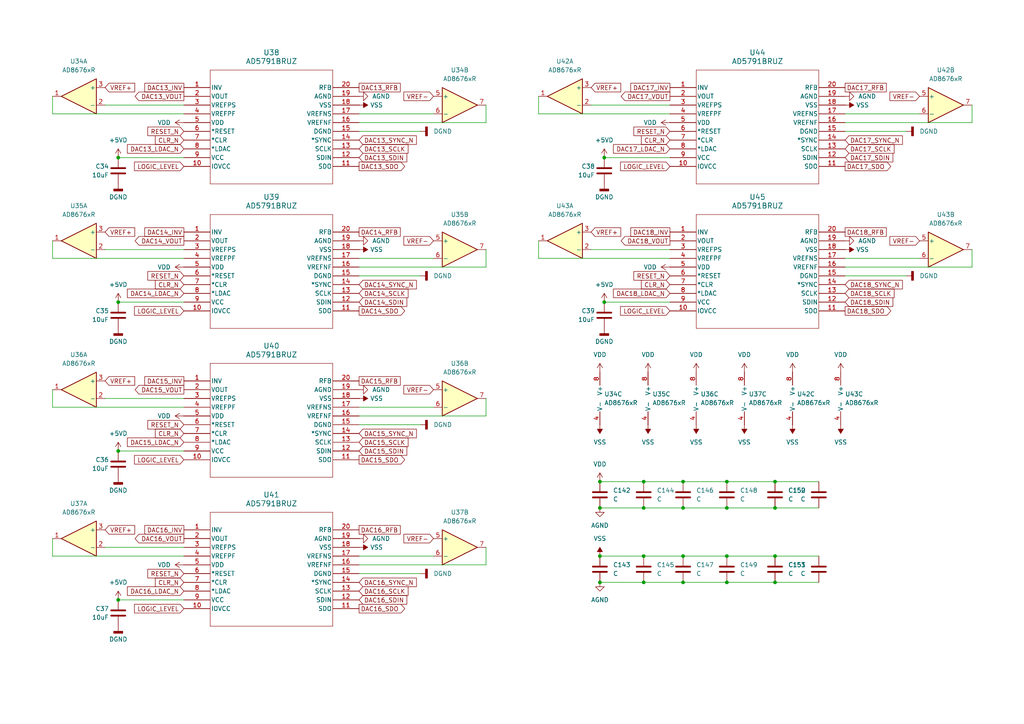
<source format=kicad_sch>
(kicad_sch (version 20250114) (generator "eeschema") (generator_version "9.0")
  (paper "A4")
  (lib_symbols
    (symbol "AD5791BRUZ_1" (pin_names (offset 0.254))
      (property "Reference" "U10" (at 25.4 10.16 0))
      (property "Value" "AD5791BRUZ" (at 25.4 7.62 0))
      (symbol "AD5791BRUZ_1_0_1"
        (polyline (pts (xy 7.62 5.08) (xy 7.62 -27.94)) (stroke (width 0.127)))
        (polyline (pts (xy 7.62 -27.94) (xy 43.18 -27.94)) (stroke (width 0.127)))
        (polyline (pts (xy 43.18 5.08) (xy 7.62 5.08)) (stroke (width 0.127)))
        (polyline (pts (xy 43.18 -27.94) (xy 43.18 5.08)) (stroke (width 0.127)))
        (pin passive line (at 0 0 0) (length 7.62) (name "INV") (number "1"))
        (pin output line (at 0 -2.54 0) (length 7.62) (name "VOUT") (number "2"))
        (pin passive line (at 0 -5.08 0) (length 7.62) (name "VREFPS") (number "3"))
        (pin passive line (at 0 -7.62 0) (length 7.62) (name "VREFPF") (number "4"))
        (pin power_in line (at 0 -10.16 0) (length 7.62) (name "VDD") (number "5"))
        (pin input line (at 0 -12.7 0) (length 7.62) (name "*RESET") (number "6"))
        (pin input line (at 0 -15.24 0) (length 7.62) (name "*CLR") (number "7"))
        (pin input line (at 0 -17.78 0) (length 7.62) (name "*LDAC") (number "8"))
        (pin power_in line (at 0 -20.32 0) (length 7.62) (name "VCC") (number "9"))
        (pin passive line (at 0 -22.86 0) (length 7.62) (name "IOVCC") (number "10"))
        (pin passive line (at 50.8 0 180) (length 7.62) (name "RFB") (number "20"))
        (pin passive line (at 50.8 -2.54 180) (length 7.62) (name "AGND") (number "19"))
        (pin passive line (at 50.8 -5.08 180) (length 7.62) (name "VSS") (number "18"))
        (pin passive line (at 50.8 -7.62 180) (length 7.62) (name "VREFNS") (number "17"))
        (pin passive line (at 50.8 -10.16 180) (length 7.62) (name "VREFNF") (number "16"))
        (pin passive line (at 50.8 -12.7 180) (length 7.62) (name "DGND") (number "15"))
        (pin input line (at 50.8 -15.24 180) (length 7.62) (name "*SYNC") (number "14"))
        (pin input line (at 50.8 -17.78 180) (length 7.62) (name "SCLK") (number "13"))
        (pin input line (at 50.8 -20.32 180) (length 7.62) (name "SDIN") (number "12"))
        (pin output line (at 50.8 -22.86 180) (length 7.62) (name "SDO") (number "11"))
      )
    )
    (symbol "Amplifier_Operational:AD8676xR" (pin_names (offset 0.127))
      (property "Reference" "U" (at 2.54 6.35 0))
      (property "Value" "AD8676xR" (at 2.54 3.81 0))
      (symbol "AD8676xR_1_1"
        (polyline (pts (xy 5.08 0) (xy -5.08 5.08) (xy -5.08 -5.08) (xy 5.08 0)) (stroke (width 0.254)) (fill (type background)))
        (pin input line (at -7.62 2.54 0) (length 2.54) (name "+") (number "3"))
        (pin input line (at -7.62 -2.54 0) (length 2.54) (name "-") (number "2"))
        (pin output line (at 7.62 0 180) (length 2.54) (name "~") (number "1"))
      )
      (symbol "AD8676xR_2_1"
        (polyline (pts (xy 5.08 0) (xy -5.08 5.08) (xy -5.08 -5.08) (xy 5.08 0)) (stroke (width 0.254)) (fill (type background)))
        (pin input line (at -7.62 2.54 0) (length 2.54) (name "+") (number "5"))
        (pin input line (at -7.62 -2.54 0) (length 2.54) (name "-") (number "6"))
        (pin output line (at 7.62 0 180) (length 2.54) (name "~") (number "7"))
      )
      (symbol "AD8676xR_3_1"
        (pin power_in line (at 0 7.62 270) (length 3.81) (name "V+") (number "8"))
        (pin power_in line (at 0 -7.62 90) (length 3.81) (name "V-") (number "4"))
      )
    )
    (symbol "Device:C" (pin_numbers (hide yes)) (pin_names (offset 0.254))
      (property "Reference" "C" (at 0.635 2.54 0))
      (property "Value" "C" (at 0.635 -2.54 0))
      (symbol "C_0_1"
        (polyline (pts (xy -2.032 0.762) (xy 2.032 0.762)) (stroke (width 0.508)))
        (polyline (pts (xy -2.032 -0.762) (xy 2.032 -0.762)) (stroke (width 0.508)))
      )
      (symbol "C_1_1"
        (pin passive line (at 0 3.81 270) (length 2.794) (name "~") (number "1"))
        (pin passive line (at 0 -3.81 90) (length 2.794) (name "~") (number "2"))
      )
    )
    (symbol "power:+5V" (power) (pin_numbers (hide yes)) (pin_names (offset 0) (hide yes))
      (property "Value" "+5V" (at 0 3.556 0))
      (symbol "+5V_0_1"
        (polyline (pts (xy -0.762 1.27) (xy 0 2.54)))
        (polyline (pts (xy 0 2.54) (xy 0.762 1.27)))
        (polyline (pts (xy 0 0) (xy 0 2.54)))
      )
      (symbol "+5V_1_1"
        (pin power_in line (at 0 0 90) (length 0) (name "~") (number "1"))
      )
    )
    (symbol "power:GND" (power) (pin_numbers (hide yes)) (pin_names (offset 0) (hide yes))
      (property "Value" "GND" (at 0 -3.81 0))
      (symbol "GND_0_1"
        (polyline (pts (xy 0 0) (xy 0 -1.27) (xy 1.27 -1.27) (xy 0 -2.54) (xy -1.27 -1.27) (xy 0 -1.27)))
      )
      (symbol "GND_1_1"
        (pin power_in line (at 0 0 270) (length 0) (name "~") (number "1"))
      )
    )
    (symbol "power:GNDD" (power) (pin_numbers (hide yes)) (pin_names (offset 0) (hide yes))
      (property "Value" "GNDD" (at 0 -3.175 0))
      (symbol "GNDD_0_1"
        (rectangle (start -1.27 -1.524) (end 1.27 -2.032) (stroke (width 0.254)) (fill (type outline)))
        (polyline (pts (xy 0 0) (xy 0 -1.524)))
      )
      (symbol "GNDD_1_1"
        (pin power_in line (at 0 0 270) (length 0) (name "~") (number "1"))
      )
    )
    (symbol "power:VDD" (power) (pin_numbers (hide yes)) (pin_names (offset 0) (hide yes))
      (property "Value" "VDD" (at 0 3.556 0))
      (symbol "VDD_0_1"
        (polyline (pts (xy -0.762 1.27) (xy 0 2.54)))
        (polyline (pts (xy 0 2.54) (xy 0.762 1.27)))
        (polyline (pts (xy 0 0) (xy 0 2.54)))
      )
      (symbol "VDD_1_1"
        (pin power_in line (at 0 0 90) (length 0) (name "~") (number "1"))
      )
    )
    (symbol "power:VSS" (power) (pin_numbers (hide yes)) (pin_names (offset 0) (hide yes))
      (property "Value" "VSS" (at 0 3.556 0))
      (symbol "VSS_0_1"
        (polyline (pts (xy 0 0) (xy 0 2.54)))
        (polyline (pts (xy 0.762 1.27) (xy -0.762 1.27) (xy 0 2.54) (xy 0.762 1.27)) (fill (type outline)))
      )
      (symbol "VSS_1_1"
        (pin power_in line (at 0 0 90) (length 0) (name "~") (number "1"))
      )
    )
  )
  (junction (at 210.82 147.32))
  (junction (at 198.12 161.29))
  (junction (at 224.79 168.91))
  (junction (at 173.99 147.32))
  (junction (at 224.79 147.32))
  (junction (at 34.29 45.72))
  (junction (at 224.79 139.7))
  (junction (at 34.29 87.63))
  (junction (at 186.69 161.29))
  (junction (at 186.69 147.32))
  (junction (at 173.99 161.29))
  (junction (at 198.12 168.91))
  (junction (at 186.69 139.7))
  (junction (at 175.26 87.63))
  (junction (at 34.29 173.99))
  (junction (at 210.82 168.91))
  (junction (at 198.12 139.7))
  (junction (at 34.29 130.81))
  (junction (at 173.99 139.7))
  (junction (at 210.82 161.29))
  (junction (at 210.82 139.7))
  (junction (at 175.26 45.72))
  (junction (at 173.99 168.91))
  (junction (at 198.12 147.32))
  (junction (at 186.69 168.91))
  (junction (at 224.79 161.29))
  (wire (pts (xy 15.24 161.29) (xy 53.34 161.29)))
  (wire (pts (xy 104.14 161.29) (xy 125.73 161.29)))
  (wire (pts (xy 30.48 72.39) (xy 53.34 72.39)))
  (wire (pts (xy 262.89 38.1) (xy 245.11 38.1)))
  (wire (pts (xy 245.11 33.02) (xy 266.7 33.02)))
  (wire (pts (xy 104.14 35.56) (xy 140.97 35.56)))
  (wire (pts (xy 30.48 158.75) (xy 53.34 158.75)))
  (wire (pts (xy 34.29 45.72) (xy 53.34 45.72)))
  (wire (pts (xy 140.97 163.83) (xy 140.97 158.75)))
  (wire (pts (xy 224.79 168.91) (xy 237.49 168.91)))
  (wire (pts (xy 34.29 130.81) (xy 53.34 130.81)))
  (wire (pts (xy 140.97 120.65) (xy 140.97 115.57)))
  (wire (pts (xy 104.14 77.47) (xy 140.97 77.47)))
  (wire (pts (xy 121.92 80.01) (xy 104.14 80.01)))
  (wire (pts (xy 210.82 161.29) (xy 224.79 161.29)))
  (wire (pts (xy 198.12 139.7) (xy 210.82 139.7)))
  (wire (pts (xy 15.24 118.11) (xy 53.34 118.11)))
  (wire (pts (xy 121.92 166.37) (xy 104.14 166.37)))
  (wire (pts (xy 15.24 27.94) (xy 15.24 33.02)))
  (wire (pts (xy 186.69 161.29) (xy 198.12 161.29)))
  (wire (pts (xy 245.11 35.56) (xy 281.94 35.56)))
  (wire (pts (xy 156.21 69.85) (xy 156.21 74.93)))
  (wire (pts (xy 173.99 147.32) (xy 186.69 147.32)))
  (wire (pts (xy 30.48 115.57) (xy 53.34 115.57)))
  (wire (pts (xy 140.97 35.56) (xy 140.97 30.48)))
  (wire (pts (xy 171.45 30.48) (xy 194.31 30.48)))
  (wire (pts (xy 104.14 118.11) (xy 125.73 118.11)))
  (wire (pts (xy 104.14 120.65) (xy 140.97 120.65)))
  (wire (pts (xy 15.24 156.21) (xy 15.24 161.29)))
  (wire (pts (xy 30.48 30.48) (xy 53.34 30.48)))
  (wire (pts (xy 175.26 45.72) (xy 194.31 45.72)))
  (wire (pts (xy 173.99 139.7) (xy 186.69 139.7)))
  (wire (pts (xy 198.12 147.32) (xy 210.82 147.32)))
  (wire (pts (xy 34.29 87.63) (xy 53.34 87.63)))
  (wire (pts (xy 173.99 168.91) (xy 186.69 168.91)))
  (wire (pts (xy 281.94 77.47) (xy 281.94 72.39)))
  (wire (pts (xy 15.24 69.85) (xy 15.24 74.93)))
  (wire (pts (xy 156.21 27.94) (xy 156.21 33.02)))
  (wire (pts (xy 121.92 123.19) (xy 104.14 123.19)))
  (wire (pts (xy 171.45 72.39) (xy 194.31 72.39)))
  (wire (pts (xy 224.79 161.29) (xy 237.49 161.29)))
  (wire (pts (xy 140.97 77.47) (xy 140.97 72.39)))
  (wire (pts (xy 156.21 33.02) (xy 194.31 33.02)))
  (wire (pts (xy 224.79 139.7) (xy 237.49 139.7)))
  (wire (pts (xy 104.14 33.02) (xy 125.73 33.02)))
  (wire (pts (xy 245.11 77.47) (xy 281.94 77.47)))
  (wire (pts (xy 210.82 168.91) (xy 224.79 168.91)))
  (wire (pts (xy 175.26 87.63) (xy 194.31 87.63)))
  (wire (pts (xy 15.24 33.02) (xy 53.34 33.02)))
  (wire (pts (xy 186.69 168.91) (xy 198.12 168.91)))
  (wire (pts (xy 198.12 168.91) (xy 210.82 168.91)))
  (wire (pts (xy 156.21 74.93) (xy 194.31 74.93)))
  (wire (pts (xy 245.11 74.93) (xy 266.7 74.93)))
  (wire (pts (xy 34.29 173.99) (xy 53.34 173.99)))
  (wire (pts (xy 186.69 147.32) (xy 198.12 147.32)))
  (wire (pts (xy 104.14 163.83) (xy 140.97 163.83)))
  (wire (pts (xy 15.24 74.93) (xy 53.34 74.93)))
  (wire (pts (xy 224.79 147.32) (xy 237.49 147.32)))
  (wire (pts (xy 186.69 139.7) (xy 198.12 139.7)))
  (wire (pts (xy 121.92 38.1) (xy 104.14 38.1)))
  (wire (pts (xy 198.12 161.29) (xy 210.82 161.29)))
  (wire (pts (xy 15.24 113.03) (xy 15.24 118.11)))
  (wire (pts (xy 281.94 35.56) (xy 281.94 30.48)))
  (wire (pts (xy 104.14 74.93) (xy 125.73 74.93)))
  (wire (pts (xy 262.89 80.01) (xy 245.11 80.01)))
  (wire (pts (xy 173.99 161.29) (xy 186.69 161.29)))
  (wire (pts (xy 210.82 147.32) (xy 224.79 147.32)))
  (wire (pts (xy 210.82 139.7) (xy 224.79 139.7)))
  (global_label "DAC18_INV" (shape passive) (at 194.31 67.31 180) (property "Intersheetrefs" "${INTERSHEET_REFS}" (effects (hide yes))))
  (global_label "RESET_N" (shape input) (at 53.34 80.01 180) (property "Intersheetrefs" "${INTERSHEET_REFS}" (effects (hide yes))))
  (global_label "DAC16_LDAC_N" (shape input) (at 53.34 171.45 180) (property "Intersheetrefs" "${INTERSHEET_REFS}" (effects (hide yes))))
  (global_label "VREF-" (shape input) (at 125.73 69.85 180) (property "Intersheetrefs" "${INTERSHEET_REFS}" (effects (hide yes))))
  (global_label "CLR_N" (shape input) (at 53.34 168.91 180) (property "Intersheetrefs" "${INTERSHEET_REFS}" (effects (hide yes))))
  (global_label "DAC14_INV" (shape passive) (at 53.34 67.31 180) (property "Intersheetrefs" "${INTERSHEET_REFS}" (effects (hide yes))))
  (global_label "DAC13_LDAC_N" (shape input) (at 53.34 43.18 180) (property "Intersheetrefs" "${INTERSHEET_REFS}" (effects (hide yes))))
  (global_label "DAC13_SDO" (shape output) (at 104.14 48.26 0) (property "Intersheetrefs" "${INTERSHEET_REFS}" (effects (hide yes))))
  (global_label "RESET_N" (shape input) (at 194.31 80.01 180) (property "Intersheetrefs" "${INTERSHEET_REFS}" (effects (hide yes))))
  (global_label "DAC15_VOUT" (shape output) (at 53.34 113.03 180) (property "Intersheetrefs" "${INTERSHEET_REFS}" (effects (hide yes))))
  (global_label "VREF-" (shape input) (at 125.73 27.94 180) (property "Intersheetrefs" "${INTERSHEET_REFS}" (effects (hide yes))))
  (global_label "DAC18_RFB" (shape passive) (at 245.11 67.31 0) (property "Intersheetrefs" "${INTERSHEET_REFS}" (effects (hide yes))))
  (global_label "LOGIC_LEVEL" (shape input) (at 53.34 90.17 180) (property "Intersheetrefs" "${INTERSHEET_REFS}" (effects (hide yes))))
  (global_label "DAC18_VOUT" (shape output) (at 194.31 69.85 180) (property "Intersheetrefs" "${INTERSHEET_REFS}" (effects (hide yes))))
  (global_label "VREF-" (shape input) (at 125.73 156.21 180) (property "Intersheetrefs" "${INTERSHEET_REFS}" (effects (hide yes))))
  (global_label "DAC17_INV" (shape passive) (at 194.31 25.4 180) (property "Intersheetrefs" "${INTERSHEET_REFS}" (effects (hide yes))))
  (global_label "LOGIC_LEVEL" (shape input) (at 53.34 133.35 180) (property "Intersheetrefs" "${INTERSHEET_REFS}" (effects (hide yes))))
  (global_label "DAC13_SDIN" (shape input) (at 104.14 45.72 0) (property "Intersheetrefs" "${INTERSHEET_REFS}" (effects (hide yes))))
  (global_label "VREF+" (shape input) (at 30.48 110.49 0) (property "Intersheetrefs" "${INTERSHEET_REFS}" (effects (hide yes))))
  (global_label "DAC15_SDO" (shape output) (at 104.14 133.35 0) (property "Intersheetrefs" "${INTERSHEET_REFS}" (effects (hide yes))))
  (global_label "DAC13_VOUT" (shape output) (at 53.34 27.94 180) (property "Intersheetrefs" "${INTERSHEET_REFS}" (effects (hide yes))))
  (global_label "DAC18_SCLK" (shape input) (at 245.11 85.09 0) (property "Intersheetrefs" "${INTERSHEET_REFS}" (effects (hide yes))))
  (global_label "DAC16_RFB" (shape passive) (at 104.14 153.67 0) (property "Intersheetrefs" "${INTERSHEET_REFS}" (effects (hide yes))))
  (global_label "DAC13_SYNC_N" (shape input) (at 104.14 40.64 0) (property "Intersheetrefs" "${INTERSHEET_REFS}" (effects (hide yes))))
  (global_label "DAC17_SYNC_N" (shape input) (at 245.11 40.64 0) (property "Intersheetrefs" "${INTERSHEET_REFS}" (effects (hide yes))))
  (global_label "VREF-" (shape input) (at 125.73 113.03 180) (property "Intersheetrefs" "${INTERSHEET_REFS}" (effects (hide yes))))
  (global_label "DAC17_RFB" (shape passive) (at 245.11 25.4 0) (property "Intersheetrefs" "${INTERSHEET_REFS}" (effects (hide yes))))
  (global_label "CLR_N" (shape input) (at 194.31 82.55 180) (property "Intersheetrefs" "${INTERSHEET_REFS}" (effects (hide yes))))
  (global_label "CLR_N" (shape input) (at 53.34 40.64 180) (property "Intersheetrefs" "${INTERSHEET_REFS}" (effects (hide yes))))
  (global_label "DAC13_SCLK" (shape input) (at 104.14 43.18 0) (property "Intersheetrefs" "${INTERSHEET_REFS}" (effects (hide yes))))
  (global_label "RESET_N" (shape input) (at 194.31 38.1 180) (property "Intersheetrefs" "${INTERSHEET_REFS}" (effects (hide yes))))
  (global_label "RESET_N" (shape input) (at 53.34 123.19 180) (property "Intersheetrefs" "${INTERSHEET_REFS}" (effects (hide yes))))
  (global_label "DAC15_RFB" (shape passive) (at 104.14 110.49 0) (property "Intersheetrefs" "${INTERSHEET_REFS}" (effects (hide yes))))
  (global_label "DAC13_INV" (shape passive) (at 53.34 25.4 180) (property "Intersheetrefs" "${INTERSHEET_REFS}" (effects (hide yes))))
  (global_label "DAC16_INV" (shape passive) (at 53.34 153.67 180) (property "Intersheetrefs" "${INTERSHEET_REFS}" (effects (hide yes))))
  (global_label "DAC16_SDIN" (shape input) (at 104.14 173.99 0) (property "Intersheetrefs" "${INTERSHEET_REFS}" (effects (hide yes))))
  (global_label "DAC18_SDIN" (shape input) (at 245.11 87.63 0) (property "Intersheetrefs" "${INTERSHEET_REFS}" (effects (hide yes))))
  (global_label "VREF+" (shape input) (at 171.45 67.31 0) (property "Intersheetrefs" "${INTERSHEET_REFS}" (effects (hide yes))))
  (global_label "LOGIC_LEVEL" (shape input) (at 53.34 48.26 180) (property "Intersheetrefs" "${INTERSHEET_REFS}" (effects (hide yes))))
  (global_label "VREF-" (shape input) (at 266.7 27.94 180) (property "Intersheetrefs" "${INTERSHEET_REFS}" (effects (hide yes))))
  (global_label "DAC16_VOUT" (shape output) (at 53.34 156.21 180) (property "Intersheetrefs" "${INTERSHEET_REFS}" (effects (hide yes))))
  (global_label "LOGIC_LEVEL" (shape input) (at 53.34 176.53 180) (property "Intersheetrefs" "${INTERSHEET_REFS}" (effects (hide yes))))
  (global_label "DAC15_INV" (shape passive) (at 53.34 110.49 180) (property "Intersheetrefs" "${INTERSHEET_REFS}" (effects (hide yes))))
  (global_label "RESET_N" (shape input) (at 53.34 166.37 180) (property "Intersheetrefs" "${INTERSHEET_REFS}" (effects (hide yes))))
  (global_label "VREF+" (shape input) (at 171.45 25.4 0) (property "Intersheetrefs" "${INTERSHEET_REFS}" (effects (hide yes))))
  (global_label "LOGIC_LEVEL" (shape input) (at 194.31 90.17 180) (property "Intersheetrefs" "${INTERSHEET_REFS}" (effects (hide yes))))
  (global_label "DAC14_SYNC_N" (shape input) (at 104.14 82.55 0) (property "Intersheetrefs" "${INTERSHEET_REFS}" (effects (hide yes))))
  (global_label "DAC17_VOUT" (shape output) (at 194.31 27.94 180) (property "Intersheetrefs" "${INTERSHEET_REFS}" (effects (hide yes))))
  (global_label "DAC15_SYNC_N" (shape input) (at 104.14 125.73 0) (property "Intersheetrefs" "${INTERSHEET_REFS}" (effects (hide yes))))
  (global_label "CLR_N" (shape input) (at 194.31 40.64 180) (property "Intersheetrefs" "${INTERSHEET_REFS}" (effects (hide yes))))
  (global_label "DAC15_SCLK" (shape input) (at 104.14 128.27 0) (property "Intersheetrefs" "${INTERSHEET_REFS}" (effects (hide yes))))
  (global_label "DAC17_LDAC_N" (shape input) (at 194.31 43.18 180) (property "Intersheetrefs" "${INTERSHEET_REFS}" (effects (hide yes))))
  (global_label "DAC15_SDIN" (shape input) (at 104.14 130.81 0) (property "Intersheetrefs" "${INTERSHEET_REFS}" (effects (hide yes))))
  (global_label "DAC16_SDO" (shape output) (at 104.14 176.53 0) (property "Intersheetrefs" "${INTERSHEET_REFS}" (effects (hide yes))))
  (global_label "DAC16_SCLK" (shape input) (at 104.14 171.45 0) (property "Intersheetrefs" "${INTERSHEET_REFS}" (effects (hide yes))))
  (global_label "DAC17_SCLK" (shape input) (at 245.11 43.18 0) (property "Intersheetrefs" "${INTERSHEET_REFS}" (effects (hide yes))))
  (global_label "DAC15_LDAC_N" (shape input) (at 53.34 128.27 180) (property "Intersheetrefs" "${INTERSHEET_REFS}" (effects (hide yes))))
  (global_label "DAC18_SYNC_N" (shape input) (at 245.11 82.55 0) (property "Intersheetrefs" "${INTERSHEET_REFS}" (effects (hide yes))))
  (global_label "DAC14_SDIN" (shape input) (at 104.14 87.63 0) (property "Intersheetrefs" "${INTERSHEET_REFS}" (effects (hide yes))))
  (global_label "DAC14_LDAC_N" (shape input) (at 53.34 85.09 180) (property "Intersheetrefs" "${INTERSHEET_REFS}" (effects (hide yes))))
  (global_label "VREF-" (shape input) (at 266.7 69.85 180) (property "Intersheetrefs" "${INTERSHEET_REFS}" (effects (hide yes))))
  (global_label "DAC17_SDIN" (shape input) (at 245.11 45.72 0) (property "Intersheetrefs" "${INTERSHEET_REFS}" (effects (hide yes))))
  (global_label "DAC17_SDO" (shape output) (at 245.11 48.26 0) (property "Intersheetrefs" "${INTERSHEET_REFS}" (effects (hide yes))))
  (global_label "VREF+" (shape input) (at 30.48 67.31 0) (property "Intersheetrefs" "${INTERSHEET_REFS}" (effects (hide yes))))
  (global_label "VREF+" (shape input) (at 30.48 25.4 0) (property "Intersheetrefs" "${INTERSHEET_REFS}" (effects (hide yes))))
  (global_label "DAC14_VOUT" (shape output) (at 53.34 69.85 180) (property "Intersheetrefs" "${INTERSHEET_REFS}" (effects (hide yes))))
  (global_label "DAC14_SCLK" (shape input) (at 104.14 85.09 0) (property "Intersheetrefs" "${INTERSHEET_REFS}" (effects (hide yes))))
  (global_label "DAC16_SYNC_N" (shape input) (at 104.14 168.91 0) (property "Intersheetrefs" "${INTERSHEET_REFS}" (effects (hide yes))))
  (global_label "DAC14_RFB" (shape passive) (at 104.14 67.31 0) (property "Intersheetrefs" "${INTERSHEET_REFS}" (effects (hide yes))))
  (global_label "DAC13_RFB" (shape passive) (at 104.14 25.4 0) (property "Intersheetrefs" "${INTERSHEET_REFS}" (effects (hide yes))))
  (global_label "DAC18_SDO" (shape output) (at 245.11 90.17 0) (property "Intersheetrefs" "${INTERSHEET_REFS}" (effects (hide yes))))
  (global_label "LOGIC_LEVEL" (shape input) (at 194.31 48.26 180) (property "Intersheetrefs" "${INTERSHEET_REFS}" (effects (hide yes))))
  (global_label "VREF+" (shape input) (at 30.48 153.67 0) (property "Intersheetrefs" "${INTERSHEET_REFS}" (effects (hide yes))))
  (global_label "CLR_N" (shape input) (at 53.34 125.73 180) (property "Intersheetrefs" "${INTERSHEET_REFS}" (effects (hide yes))))
  (global_label "DAC14_SDO" (shape output) (at 104.14 90.17 0) (property "Intersheetrefs" "${INTERSHEET_REFS}" (effects (hide yes))))
  (global_label "RESET_N" (shape input) (at 53.34 38.1 180) (property "Intersheetrefs" "${INTERSHEET_REFS}" (effects (hide yes))))
  (global_label "CLR_N" (shape input) (at 53.34 82.55 180) (property "Intersheetrefs" "${INTERSHEET_REFS}" (effects (hide yes))))
  (global_label "DAC18_LDAC_N" (shape input) (at 194.31 85.09 180) (property "Intersheetrefs" "${INTERSHEET_REFS}" (effects (hide yes))))
  (symbol (lib_id "power:VDD") (at 243.84 107.95 0) (unit 1)
    (property "Reference" "#PWR0173" (effects (hide yes)))
    (property "Value" "VDD" (at 243.84 102.87 0))
    (property "Description" "Power symbol creates a global label with name \"VDD\"" (effects (hide yes)))
  )
  (symbol (lib_id "Device:C") (at 224.79 165.1 0) (unit 1)
    (property "Reference" "C151" (at 228.6 163.8299 0) (effects (justify left)))
    (property "Value" "C" (at 228.6 166.3699 0) (effects (justify left)))
    (property "Footprint" "Capacitor_SMD:C_0402_1005Metric_Pad0.74x0.62mm_HandSolder" (effects (hide yes)))
    (property "Description" "Unpolarized capacitor" (effects (hide yes)))
  )
  (symbol (lib_id "power:VDD") (at 53.34 77.47 90) (unit 1)
    (property "Reference" "#PWR0138" (effects (hide yes)))
    (property "Value" "VDD" (at 49.53 77.4699 90) (effects (justify left)))
    (property "Description" "Power symbol creates a global label with name \"VDD\"" (effects (hide yes)))
  )
  (symbol (lib_id "power:GNDD") (at 175.26 53.34 0) (unit 1)
    (property "Reference" "#PWR0153" (effects (hide yes)))
    (property "Value" "DGND" (at 175.26 57.15 0))
    (property "Description" "Power symbol creates a global label with name \"GNDD\" , digital ground" (effects (hide yes)))
  )
  (symbol (lib_id "Amplifier_Operational:AD8676xR") (at 22.86 27.94 0) (mirror y) (unit 1)
    (property "Reference" "U34" (at 22.86 17.78 0))
    (property "Value" "AD8676xR" (at 22.86 20.32 0))
    (property "Footprint" "Package_SO:SOIC-8_3.9x4.9mm_P1.27mm" (effects (hide yes)))
    (property "Datasheet" "https://www.analog.com/media/en/technical-documentation/data-sheets/AD8676.pdf" (effects (hide yes)))
    (property "Description" "Dual operational amplifier, Ultra-precision, 36V, Rail-to-rail output, SOIC-8" (effects (hide yes)))
  )
  (symbol (lib_id "power:VDD") (at 53.34 120.65 90) (unit 1)
    (property "Reference" "#PWR0139" (effects (hide yes)))
    (property "Value" "VDD" (at 49.53 120.6499 90) (effects (justify left)))
    (property "Description" "Power symbol creates a global label with name \"VDD\"" (effects (hide yes)))
  )
  (symbol (lib_id "Device:C") (at 224.79 143.51 0) (unit 1)
    (property "Reference" "C150" (at 228.6 142.2399 0) (effects (justify left)))
    (property "Value" "C" (at 228.6 144.7799 0) (effects (justify left)))
    (property "Footprint" "Capacitor_SMD:C_0402_1005Metric_Pad0.74x0.62mm_HandSolder" (effects (hide yes)))
    (property "Description" "Unpolarized capacitor" (effects (hide yes)))
  )
  (symbol (lib_id "power:GND") (at 173.99 168.91 0) (unit 1)
    (property "Reference" "#PWR0521" (effects (hide yes)))
    (property "Value" "AGND" (at 173.99 173.99 0))
    (property "Description" "Power symbol creates a global label with name \"GND\" , ground" (effects (hide yes)))
  )
  (symbol (lib_id "power:VDD") (at 53.34 163.83 90) (unit 1)
    (property "Reference" "#PWR0140" (effects (hide yes)))
    (property "Value" "VDD" (at 49.53 163.8299 90) (effects (justify left)))
    (property "Description" "Power symbol creates a global label with name \"VDD\"" (effects (hide yes)))
  )
  (symbol (lib_id "Device:C") (at 175.26 91.44 0) (mirror y) (unit 1)
    (property "Reference" "C39" (at 168.656 90.17 0) (effects (justify right)))
    (property "Value" "10uF" (at 167.64 92.71 0) (effects (justify right)))
    (property "Footprint" "Capacitor_SMD:C_0603_1608Metric_Pad1.08x0.95mm_HandSolder" (effects (hide yes)))
    (property "Description" "Unpolarized capacitor" (effects (hide yes)))
  )
  (symbol (lib_id "Device:C") (at 210.82 165.1 0) (unit 1)
    (property "Reference" "C149" (at 214.63 163.8299 0) (effects (justify left)))
    (property "Value" "C" (at 214.63 166.3699 0) (effects (justify left)))
    (property "Footprint" "Capacitor_SMD:C_0402_1005Metric_Pad0.74x0.62mm_HandSolder" (effects (hide yes)))
    (property "Description" "Unpolarized capacitor" (effects (hide yes)))
  )
  (symbol (lib_id "Device:C") (at 237.49 143.51 0) (mirror y) (unit 1)
    (property "Reference" "C152" (at 233.68 142.2399 0) (effects (justify left)))
    (property "Value" "C" (at 233.68 144.7799 0) (effects (justify left)))
    (property "Footprint" "Capacitor_SMD:C_0402_1005Metric_Pad0.74x0.62mm_HandSolder" (effects (hide yes)))
    (property "Description" "Unpolarized capacitor" (effects (hide yes)))
  )
  (symbol (lib_id "Device:C") (at 173.99 143.51 0) (unit 1)
    (property "Reference" "C142" (at 177.8 142.2399 0) (effects (justify left)))
    (property "Value" "C" (at 177.8 144.7799 0) (effects (justify left)))
    (property "Footprint" "Capacitor_SMD:C_0402_1005Metric_Pad0.74x0.62mm_HandSolder" (effects (hide yes)))
    (property "Description" "Unpolarized capacitor" (effects (hide yes)))
  )
  (symbol (lib_id "Amplifier_Operational:AD8676xR") (at 243.84 115.57 0) (unit 3)
    (property "Reference" "U43" (at 245.11 114.2999 0) (effects (justify left)))
    (property "Value" "AD8676xR" (at 245.11 116.8399 0) (effects (justify left)))
    (property "Footprint" "Package_SO:SOIC-8_3.9x4.9mm_P1.27mm" (effects (hide yes)))
    (property "Datasheet" "https://www.analog.com/media/en/technical-documentation/data-sheets/AD8676.pdf" (effects (hide yes)))
    (property "Description" "Dual operational amplifier, Ultra-precision, 36V, Rail-to-rail output, SOIC-8" (effects (hide yes)))
  )
  (symbol (lib_id "power:VSS") (at 173.99 123.19 0) (mirror x) (unit 1)
    (property "Reference" "#PWR0156" (effects (hide yes)))
    (property "Value" "VSS" (at 173.99 128.27 0))
    (property "Description" "Power symbol creates a global label with name \"VSS\"" (effects (hide yes)))
  )
  (symbol (lib_id "power:GND") (at 245.11 27.94 90) (unit 1)
    (property "Reference" "#PWR0167" (effects (hide yes)))
    (property "Value" "AGND" (at 248.92 27.9399 90) (effects (justify right)))
    (property "Description" "Power symbol creates a global label with name \"GND\" , ground" (effects (hide yes)))
  )
  (symbol (lib_id "Amplifier_Operational:AD8676xR") (at 173.99 115.57 0) (unit 3)
    (property "Reference" "U34" (at 175.26 114.2999 0) (effects (justify left)))
    (property "Value" "AD8676xR" (at 175.26 116.8399 0) (effects (justify left)))
    (property "Footprint" "Package_SO:SOIC-8_3.9x4.9mm_P1.27mm" (effects (hide yes)))
    (property "Datasheet" "https://www.analog.com/media/en/technical-documentation/data-sheets/AD8676.pdf" (effects (hide yes)))
    (property "Description" "Dual operational amplifier, Ultra-precision, 36V, Rail-to-rail output, SOIC-8" (effects (hide yes)))
  )
  (symbol (lib_id "Amplifier_Operational:AD8676xR") (at 22.86 113.03 0) (mirror y) (unit 1)
    (property "Reference" "U36" (at 22.86 102.87 0))
    (property "Value" "AD8676xR" (at 22.86 105.41 0))
    (property "Footprint" "Package_SO:SOIC-8_3.9x4.9mm_P1.27mm" (effects (hide yes)))
    (property "Datasheet" "https://www.analog.com/media/en/technical-documentation/data-sheets/AD8676.pdf" (effects (hide yes)))
    (property "Description" "Dual operational amplifier, Ultra-precision, 36V, Rail-to-rail output, SOIC-8" (effects (hide yes)))
  )
  (symbol (lib_id "power:+5V") (at 34.29 87.63 0) (unit 1)
    (property "Reference" "#PWR0281" (effects (hide yes)))
    (property "Value" "+5VD" (at 34.29 82.55 0))
    (property "Description" "Power symbol creates a global label with name \"+5V\"" (effects (hide yes)))
  )
  (symbol (lib_id "power:VSS") (at 173.99 161.29 0) (mirror y) (unit 1)
    (property "Reference" "#PWR0520" (effects (hide yes)))
    (property "Value" "VSS" (at 173.99 156.21 0))
    (property "Description" "Power symbol creates a global label with name \"VSS\"" (effects (hide yes)))
  )
  (symbol (lib_id "Device:C") (at 237.49 165.1 0) (mirror y) (unit 1)
    (property "Reference" "C153" (at 233.68 163.8299 0) (effects (justify left)))
    (property "Value" "C" (at 233.68 166.3699 0) (effects (justify left)))
    (property "Footprint" "Capacitor_SMD:C_0402_1005Metric_Pad0.74x0.62mm_HandSolder" (effects (hide yes)))
    (property "Description" "Unpolarized capacitor" (effects (hide yes)))
  )
  (symbol (lib_id "Amplifier_Operational:AD8676xR") (at 163.83 69.85 0) (mirror y) (unit 1)
    (property "Reference" "U43" (at 163.83 59.69 0))
    (property "Value" "AD8676xR" (at 163.83 62.23 0))
    (property "Footprint" "Package_SO:SOIC-8_3.9x4.9mm_P1.27mm" (effects (hide yes)))
    (property "Datasheet" "https://www.analog.com/media/en/technical-documentation/data-sheets/AD8676.pdf" (effects (hide yes)))
    (property "Description" "Dual operational amplifier, Ultra-precision, 36V, Rail-to-rail output, SOIC-8" (effects (hide yes)))
  )
  (symbol (lib_id "power:+5V") (at 34.29 173.99 0) (unit 1)
    (property "Reference" "#PWR0283" (effects (hide yes)))
    (property "Value" "+5VD" (at 34.29 168.91 0))
    (property "Description" "Power symbol creates a global label with name \"+5V\"" (effects (hide yes)))
  )
  (symbol (lib_id "power:VDD") (at 201.93 107.95 0) (unit 1)
    (property "Reference" "#PWR0161" (effects (hide yes)))
    (property "Value" "VDD" (at 201.93 102.87 0))
    (property "Description" "Power symbol creates a global label with name \"VDD\"" (effects (hide yes)))
  )
  (symbol (lib_id "Amplifier_Operational:AD8676xR") (at 215.9 115.57 0) (unit 3)
    (property "Reference" "U37" (at 217.17 114.2999 0) (effects (justify left)))
    (property "Value" "AD8676xR" (at 217.17 116.8399 0) (effects (justify left)))
    (property "Footprint" "Package_SO:SOIC-8_3.9x4.9mm_P1.27mm" (effects (hide yes)))
    (property "Datasheet" "https://www.analog.com/media/en/technical-documentation/data-sheets/AD8676.pdf" (effects (hide yes)))
    (property "Description" "Dual operational amplifier, Ultra-precision, 36V, Rail-to-rail output, SOIC-8" (effects (hide yes)))
  )
  (symbol (lib_id "power:+5V") (at 175.26 87.63 0) (unit 1)
    (property "Reference" "#PWR0284" (effects (hide yes)))
    (property "Value" "+5VD" (at 175.26 82.55 0))
    (property "Description" "Power symbol creates a global label with name \"+5V\"" (effects (hide yes)))
  )
  (symbol (lib_id "power:VSS") (at 104.14 72.39 270) (mirror x) (unit 1)
    (property "Reference" "#PWR0145" (effects (hide yes)))
    (property "Value" "VSS" (at 109.22 72.39 90))
    (property "Description" "Power symbol creates a global label with name \"VSS\"" (effects (hide yes)))
  )
  (symbol (lib_id "power:VDD") (at 194.31 35.56 90) (unit 1)
    (property "Reference" "#PWR0157" (effects (hide yes)))
    (property "Value" "VDD" (at 190.5 35.5599 90) (effects (justify left)))
    (property "Description" "Power symbol creates a global label with name \"VDD\"" (effects (hide yes)))
  )
  (symbol (lib_id "power:GND") (at 104.14 27.94 90) (unit 1)
    (property "Reference" "#PWR0141" (effects (hide yes)))
    (property "Value" "AGND" (at 107.95 27.9399 90) (effects (justify right)))
    (property "Description" "Power symbol creates a global label with name \"GND\" , ground" (effects (hide yes)))
  )
  (symbol (lib_name "AD5791BRUZ_1") (lib_id "2025-11-19_00-21-39:AD5791BRUZ") (at 53.34 110.49 0) (unit 1)
    (property "Reference" "U40" (at 78.74 100.33 0) (effects (font (size 1.524 1.524))))
    (property "Value" "AD5791BRUZ" (at 78.74 102.87 0) (effects (font (size 1.524 1.524))))
    (property "Footprint" "Package_SO:TSSOP-20_4.4x6.5mm_P0.65mm" (effects (hide yes)))
    (property "Datasheet" "https://www.analog.com/media/en/technical-documentation/data-sheets/AD5791-EP.pdf" (effects (hide yes)))
  )
  (symbol (lib_id "power:VDD") (at 53.34 35.56 90) (unit 1)
    (property "Reference" "#PWR0137" (effects (hide yes)))
    (property "Value" "VDD" (at 49.53 35.5599 90) (effects (justify left)))
    (property "Description" "Power symbol creates a global label with name \"VDD\"" (effects (hide yes)))
  )
  (symbol (lib_id "power:GNDD") (at 262.89 38.1 90) (unit 1)
    (property "Reference" "#PWR0169" (effects (hide yes)))
    (property "Value" "DGND" (at 266.7 38.0999 90) (effects (justify right)))
    (property "Description" "Power symbol creates a global label with name \"GNDD\" , digital ground" (effects (hide yes)))
  )
  (symbol (lib_id "Device:C") (at 210.82 143.51 0) (unit 1)
    (property "Reference" "C148" (at 214.63 142.2399 0) (effects (justify left)))
    (property "Value" "C" (at 214.63 144.7799 0) (effects (justify left)))
    (property "Footprint" "Capacitor_SMD:C_0402_1005Metric_Pad0.74x0.62mm_HandSolder" (effects (hide yes)))
    (property "Description" "Unpolarized capacitor" (effects (hide yes)))
  )
  (symbol (lib_id "Amplifier_Operational:AD8676xR") (at 133.35 72.39 0) (unit 2)
    (property "Reference" "U35" (at 133.35 62.23 0))
    (property "Value" "AD8676xR" (at 133.35 64.77 0))
    (property "Footprint" "Package_SO:SOIC-8_3.9x4.9mm_P1.27mm" (effects (hide yes)))
    (property "Datasheet" "https://www.analog.com/media/en/technical-documentation/data-sheets/AD8676.pdf" (effects (hide yes)))
    (property "Description" "Dual operational amplifier, Ultra-precision, 36V, Rail-to-rail output, SOIC-8" (effects (hide yes)))
  )
  (symbol (lib_id "Amplifier_Operational:AD8676xR") (at 274.32 72.39 0) (unit 2)
    (property "Reference" "U43" (at 274.32 62.23 0))
    (property "Value" "AD8676xR" (at 274.32 64.77 0))
    (property "Footprint" "Package_SO:SOIC-8_3.9x4.9mm_P1.27mm" (effects (hide yes)))
    (property "Datasheet" "https://www.analog.com/media/en/technical-documentation/data-sheets/AD8676.pdf" (effects (hide yes)))
    (property "Description" "Dual operational amplifier, Ultra-precision, 36V, Rail-to-rail output, SOIC-8" (effects (hide yes)))
  )
  (symbol (lib_name "AD5791BRUZ_1") (lib_id "2025-11-19_00-21-39:AD5791BRUZ") (at 53.34 25.4 0) (unit 1)
    (property "Reference" "U38" (at 78.74 15.24 0) (effects (font (size 1.524 1.524))))
    (property "Value" "AD5791BRUZ" (at 78.74 17.78 0) (effects (font (size 1.524 1.524))))
    (property "Footprint" "Package_SO:TSSOP-20_4.4x6.5mm_P0.65mm" (effects (hide yes)))
    (property "Datasheet" "https://www.analog.com/media/en/technical-documentation/data-sheets/AD5791-EP.pdf" (effects (hide yes)))
  )
  (symbol (lib_id "Device:C") (at 186.69 165.1 0) (unit 1)
    (property "Reference" "C145" (at 190.5 163.8299 0) (effects (justify left)))
    (property "Value" "C" (at 190.5 166.3699 0) (effects (justify left)))
    (property "Footprint" "Capacitor_SMD:C_0402_1005Metric_Pad0.74x0.62mm_HandSolder" (effects (hide yes)))
    (property "Description" "Unpolarized capacitor" (effects (hide yes)))
  )
  (symbol (lib_id "power:GNDD") (at 262.89 80.01 90) (unit 1)
    (property "Reference" "#PWR0172" (effects (hide yes)))
    (property "Value" "DGND" (at 266.7 80.0099 90) (effects (justify right)))
    (property "Description" "Power symbol creates a global label with name \"GNDD\" , digital ground" (effects (hide yes)))
  )
  (symbol (lib_id "Device:C") (at 34.29 177.8 0) (mirror y) (unit 1)
    (property "Reference" "C37" (at 27.686 176.53 0) (effects (justify right)))
    (property "Value" "10uF" (at 26.67 179.07 0) (effects (justify right)))
    (property "Footprint" "Capacitor_SMD:C_0603_1608Metric_Pad1.08x0.95mm_HandSolder" (effects (hide yes)))
    (property "Description" "Unpolarized capacitor" (effects (hide yes)))
  )
  (symbol (lib_id "power:VDD") (at 194.31 77.47 90) (unit 1)
    (property "Reference" "#PWR0158" (effects (hide yes)))
    (property "Value" "VDD" (at 190.5 77.4699 90) (effects (justify left)))
    (property "Description" "Power symbol creates a global label with name \"VDD\"" (effects (hide yes)))
  )
  (symbol (lib_id "Amplifier_Operational:AD8676xR") (at 133.35 158.75 0) (unit 2)
    (property "Reference" "U37" (at 133.35 148.59 0))
    (property "Value" "AD8676xR" (at 133.35 151.13 0))
    (property "Footprint" "Package_SO:SOIC-8_3.9x4.9mm_P1.27mm" (effects (hide yes)))
    (property "Datasheet" "https://www.analog.com/media/en/technical-documentation/data-sheets/AD8676.pdf" (effects (hide yes)))
    (property "Description" "Dual operational amplifier, Ultra-precision, 36V, Rail-to-rail output, SOIC-8" (effects (hide yes)))
  )
  (symbol (lib_id "Device:C") (at 34.29 91.44 0) (mirror y) (unit 1)
    (property "Reference" "C35" (at 27.686 90.17 0) (effects (justify right)))
    (property "Value" "10uF" (at 26.67 92.71 0) (effects (justify right)))
    (property "Footprint" "Capacitor_SMD:C_0603_1608Metric_Pad1.08x0.95mm_HandSolder" (effects (hide yes)))
    (property "Description" "Unpolarized capacitor" (effects (hide yes)))
  )
  (symbol (lib_id "Amplifier_Operational:AD8676xR") (at 201.93 115.57 0) (unit 3)
    (property "Reference" "U36" (at 203.2 114.2999 0) (effects (justify left)))
    (property "Value" "AD8676xR" (at 203.2 116.8399 0) (effects (justify left)))
    (property "Footprint" "Package_SO:SOIC-8_3.9x4.9mm_P1.27mm" (effects (hide yes)))
    (property "Datasheet" "https://www.analog.com/media/en/technical-documentation/data-sheets/AD8676.pdf" (effects (hide yes)))
    (property "Description" "Dual operational amplifier, Ultra-precision, 36V, Rail-to-rail output, SOIC-8" (effects (hide yes)))
  )
  (symbol (lib_id "power:VSS") (at 201.93 123.19 0) (mirror x) (unit 1)
    (property "Reference" "#PWR0162" (effects (hide yes)))
    (property "Value" "VSS" (at 201.93 128.27 0))
    (property "Description" "Power symbol creates a global label with name \"VSS\"" (effects (hide yes)))
  )
  (symbol (lib_id "power:VSS") (at 104.14 158.75 270) (mirror x) (unit 1)
    (property "Reference" "#PWR0151" (effects (hide yes)))
    (property "Value" "VSS" (at 109.22 158.75 90))
    (property "Description" "Power symbol creates a global label with name \"VSS\"" (effects (hide yes)))
  )
  (symbol (lib_id "power:GNDD") (at 175.26 95.25 0) (unit 1)
    (property "Reference" "#PWR0154" (effects (hide yes)))
    (property "Value" "DGND" (at 175.26 99.06 0))
    (property "Description" "Power symbol creates a global label with name \"GNDD\" , digital ground" (effects (hide yes)))
  )
  (symbol (lib_id "power:GND") (at 245.11 69.85 90) (unit 1)
    (property "Reference" "#PWR0170" (effects (hide yes)))
    (property "Value" "AGND" (at 248.92 69.8499 90) (effects (justify right)))
    (property "Description" "Power symbol creates a global label with name \"GND\" , ground" (effects (hide yes)))
  )
  (symbol (lib_id "power:GND") (at 104.14 156.21 90) (unit 1)
    (property "Reference" "#PWR0150" (effects (hide yes)))
    (property "Value" "AGND" (at 107.95 156.2099 90) (effects (justify right)))
    (property "Description" "Power symbol creates a global label with name \"GND\" , ground" (effects (hide yes)))
  )
  (symbol (lib_name "AD5791BRUZ_1") (lib_id "2025-11-19_00-21-39:AD5791BRUZ") (at 194.31 25.4 0) (unit 1)
    (property "Reference" "U44" (at 219.71 15.24 0) (effects (font (size 1.524 1.524))))
    (property "Value" "AD5791BRUZ" (at 219.71 17.78 0) (effects (font (size 1.524 1.524))))
    (property "Footprint" "Package_SO:TSSOP-20_4.4x6.5mm_P0.65mm" (effects (hide yes)))
    (property "Datasheet" "https://www.analog.com/media/en/technical-documentation/data-sheets/AD5791-EP.pdf" (effects (hide yes)))
  )
  (symbol (lib_id "power:VSS") (at 243.84 123.19 0) (mirror x) (unit 1)
    (property "Reference" "#PWR0174" (effects (hide yes)))
    (property "Value" "VSS" (at 243.84 128.27 0))
    (property "Description" "Power symbol creates a global label with name \"VSS\"" (effects (hide yes)))
  )
  (symbol (lib_id "Device:C") (at 34.29 134.62 0) (mirror y) (unit 1)
    (property "Reference" "C36" (at 27.686 133.35 0) (effects (justify right)))
    (property "Value" "10uF" (at 26.67 135.89 0) (effects (justify right)))
    (property "Footprint" "Capacitor_SMD:C_0603_1608Metric_Pad1.08x0.95mm_HandSolder" (effects (hide yes)))
    (property "Description" "Unpolarized capacitor" (effects (hide yes)))
  )
  (symbol (lib_id "power:VSS") (at 104.14 115.57 270) (mirror x) (unit 1)
    (property "Reference" "#PWR0148" (effects (hide yes)))
    (property "Value" "VSS" (at 109.22 115.57 90))
    (property "Description" "Power symbol creates a global label with name \"VSS\"" (effects (hide yes)))
  )
  (symbol (lib_id "Device:C") (at 198.12 143.51 0) (unit 1)
    (property "Reference" "C146" (at 201.93 142.2399 0) (effects (justify left)))
    (property "Value" "C" (at 201.93 144.7799 0) (effects (justify left)))
    (property "Footprint" "Capacitor_SMD:C_0402_1005Metric_Pad0.74x0.62mm_HandSolder" (effects (hide yes)))
    (property "Description" "Unpolarized capacitor" (effects (hide yes)))
  )
  (symbol (lib_id "power:GNDD") (at 121.92 123.19 90) (unit 1)
    (property "Reference" "#PWR0149" (effects (hide yes)))
    (property "Value" "DGND" (at 125.73 123.1899 90) (effects (justify right)))
    (property "Description" "Power symbol creates a global label with name \"GNDD\" , digital ground" (effects (hide yes)))
  )
  (symbol (lib_id "power:GND") (at 104.14 113.03 90) (unit 1)
    (property "Reference" "#PWR0147" (effects (hide yes)))
    (property "Value" "AGND" (at 107.95 113.0299 90) (effects (justify right)))
    (property "Description" "Power symbol creates a global label with name \"GND\" , ground" (effects (hide yes)))
  )
  (symbol (lib_id "Amplifier_Operational:AD8676xR") (at 274.32 30.48 0) (unit 2)
    (property "Reference" "U42" (at 274.32 20.32 0))
    (property "Value" "AD8676xR" (at 274.32 22.86 0))
    (property "Footprint" "Package_SO:SOIC-8_3.9x4.9mm_P1.27mm" (effects (hide yes)))
    (property "Datasheet" "https://www.analog.com/media/en/technical-documentation/data-sheets/AD8676.pdf" (effects (hide yes)))
    (property "Description" "Dual operational amplifier, Ultra-precision, 36V, Rail-to-rail output, SOIC-8" (effects (hide yes)))
  )
  (symbol (lib_id "power:VDD") (at 215.9 107.95 0) (unit 1)
    (property "Reference" "#PWR0163" (effects (hide yes)))
    (property "Value" "VDD" (at 215.9 102.87 0))
    (property "Description" "Power symbol creates a global label with name \"VDD\"" (effects (hide yes)))
  )
  (symbol (lib_id "power:VDD") (at 187.96 107.95 0) (unit 1)
    (property "Reference" "#PWR0159" (effects (hide yes)))
    (property "Value" "VDD" (at 187.96 102.87 0))
    (property "Description" "Power symbol creates a global label with name \"VDD\"" (effects (hide yes)))
  )
  (symbol (lib_id "power:+5V") (at 175.26 45.72 0) (unit 1)
    (property "Reference" "#PWR0285" (effects (hide yes)))
    (property "Value" "+5VD" (at 175.26 40.64 0))
    (property "Description" "Power symbol creates a global label with name \"+5V\"" (effects (hide yes)))
  )
  (symbol (lib_id "power:GNDD") (at 121.92 166.37 90) (unit 1)
    (property "Reference" "#PWR0152" (effects (hide yes)))
    (property "Value" "DGND" (at 125.73 166.3699 90) (effects (justify right)))
    (property "Description" "Power symbol creates a global label with name \"GNDD\" , digital ground" (effects (hide yes)))
  )
  (symbol (lib_id "power:GNDD") (at 121.92 80.01 90) (unit 1)
    (property "Reference" "#PWR0146" (effects (hide yes)))
    (property "Value" "DGND" (at 125.73 80.0099 90) (effects (justify right)))
    (property "Description" "Power symbol creates a global label with name \"GNDD\" , digital ground" (effects (hide yes)))
  )
  (symbol (lib_id "power:VSS") (at 229.87 123.19 0) (mirror x) (unit 1)
    (property "Reference" "#PWR0166" (effects (hide yes)))
    (property "Value" "VSS" (at 229.87 128.27 0))
    (property "Description" "Power symbol creates a global label with name \"VSS\"" (effects (hide yes)))
  )
  (symbol (lib_id "power:GND") (at 104.14 69.85 90) (unit 1)
    (property "Reference" "#PWR0144" (effects (hide yes)))
    (property "Value" "AGND" (at 107.95 69.8499 90) (effects (justify right)))
    (property "Description" "Power symbol creates a global label with name \"GND\" , ground" (effects (hide yes)))
  )
  (symbol (lib_id "power:VDD") (at 173.99 139.7 0) (unit 1)
    (property "Reference" "#PWR0518" (effects (hide yes)))
    (property "Value" "VDD" (at 173.99 134.62 0))
    (property "Description" "Power symbol creates a global label with name \"VDD\"" (effects (hide yes)))
  )
  (symbol (lib_id "Amplifier_Operational:AD8676xR") (at 133.35 30.48 0) (unit 2)
    (property "Reference" "U34" (at 133.35 20.32 0))
    (property "Value" "AD8676xR" (at 133.35 22.86 0))
    (property "Footprint" "Package_SO:SOIC-8_3.9x4.9mm_P1.27mm" (effects (hide yes)))
    (property "Datasheet" "https://www.analog.com/media/en/technical-documentation/data-sheets/AD8676.pdf" (effects (hide yes)))
    (property "Description" "Dual operational amplifier, Ultra-precision, 36V, Rail-to-rail output, SOIC-8" (effects (hide yes)))
  )
  (symbol (lib_id "Amplifier_Operational:AD8676xR") (at 133.35 115.57 0) (unit 2)
    (property "Reference" "U36" (at 133.35 105.41 0))
    (property "Value" "AD8676xR" (at 133.35 107.95 0))
    (property "Footprint" "Package_SO:SOIC-8_3.9x4.9mm_P1.27mm" (effects (hide yes)))
    (property "Datasheet" "https://www.analog.com/media/en/technical-documentation/data-sheets/AD8676.pdf" (effects (hide yes)))
    (property "Description" "Dual operational amplifier, Ultra-precision, 36V, Rail-to-rail output, SOIC-8" (effects (hide yes)))
  )
  (symbol (lib_id "Device:C") (at 175.26 49.53 0) (mirror y) (unit 1)
    (property "Reference" "C38" (at 168.656 48.26 0) (effects (justify right)))
    (property "Value" "10uF" (at 167.64 50.8 0) (effects (justify right)))
    (property "Footprint" "Capacitor_SMD:C_0603_1608Metric_Pad1.08x0.95mm_HandSolder" (effects (hide yes)))
    (property "Description" "Unpolarized capacitor" (effects (hide yes)))
  )
  (symbol (lib_id "power:VSS") (at 215.9 123.19 0) (mirror x) (unit 1)
    (property "Reference" "#PWR0164" (effects (hide yes)))
    (property "Value" "VSS" (at 215.9 128.27 0))
    (property "Description" "Power symbol creates a global label with name \"VSS\"" (effects (hide yes)))
  )
  (symbol (lib_name "AD5791BRUZ_1") (lib_id "2025-11-19_00-21-39:AD5791BRUZ") (at 53.34 153.67 0) (unit 1)
    (property "Reference" "U41" (at 78.74 143.51 0) (effects (font (size 1.524 1.524))))
    (property "Value" "AD5791BRUZ" (at 78.74 146.05 0) (effects (font (size 1.524 1.524))))
    (property "Footprint" "Package_SO:TSSOP-20_4.4x6.5mm_P0.65mm" (effects (hide yes)))
    (property "Datasheet" "https://www.analog.com/media/en/technical-documentation/data-sheets/AD5791-EP.pdf" (effects (hide yes)))
  )
  (symbol (lib_id "Amplifier_Operational:AD8676xR") (at 163.83 27.94 0) (mirror y) (unit 1)
    (property "Reference" "U42" (at 163.83 17.78 0))
    (property "Value" "AD8676xR" (at 163.83 20.32 0))
    (property "Footprint" "Package_SO:SOIC-8_3.9x4.9mm_P1.27mm" (effects (hide yes)))
    (property "Datasheet" "https://www.analog.com/media/en/technical-documentation/data-sheets/AD8676.pdf" (effects (hide yes)))
    (property "Description" "Dual operational amplifier, Ultra-precision, 36V, Rail-to-rail output, SOIC-8" (effects (hide yes)))
  )
  (symbol (lib_id "Amplifier_Operational:AD8676xR") (at 22.86 69.85 0) (mirror y) (unit 1)
    (property "Reference" "U35" (at 22.86 59.69 0))
    (property "Value" "AD8676xR" (at 22.86 62.23 0))
    (property "Footprint" "Package_SO:SOIC-8_3.9x4.9mm_P1.27mm" (effects (hide yes)))
    (property "Datasheet" "https://www.analog.com/media/en/technical-documentation/data-sheets/AD8676.pdf" (effects (hide yes)))
    (property "Description" "Dual operational amplifier, Ultra-precision, 36V, Rail-to-rail output, SOIC-8" (effects (hide yes)))
  )
  (symbol (lib_id "power:VDD") (at 229.87 107.95 0) (unit 1)
    (property "Reference" "#PWR0165" (effects (hide yes)))
    (property "Value" "VDD" (at 229.87 102.87 0))
    (property "Description" "Power symbol creates a global label with name \"VDD\"" (effects (hide yes)))
  )
  (symbol (lib_id "Amplifier_Operational:AD8676xR") (at 229.87 115.57 0) (unit 3)
    (property "Reference" "U42" (at 231.14 114.2999 0) (effects (justify left)))
    (property "Value" "AD8676xR" (at 231.14 116.8399 0) (effects (justify left)))
    (property "Footprint" "Package_SO:SOIC-8_3.9x4.9mm_P1.27mm" (effects (hide yes)))
    (property "Datasheet" "https://www.analog.com/media/en/technical-documentation/data-sheets/AD8676.pdf" (effects (hide yes)))
    (property "Description" "Dual operational amplifier, Ultra-precision, 36V, Rail-to-rail output, SOIC-8" (effects (hide yes)))
  )
  (symbol (lib_id "power:VSS") (at 245.11 72.39 270) (mirror x) (unit 1)
    (property "Reference" "#PWR0171" (effects (hide yes)))
    (property "Value" "VSS" (at 250.19 72.39 90))
    (property "Description" "Power symbol creates a global label with name \"VSS\"" (effects (hide yes)))
  )
  (symbol (lib_id "power:GNDD") (at 121.92 38.1 90) (unit 1)
    (property "Reference" "#PWR0143" (effects (hide yes)))
    (property "Value" "DGND" (at 125.73 38.0999 90) (effects (justify right)))
    (property "Description" "Power symbol creates a global label with name \"GNDD\" , digital ground" (effects (hide yes)))
  )
  (symbol (lib_id "power:GNDD") (at 34.29 53.34 0) (unit 1)
    (property "Reference" "#PWR0133" (effects (hide yes)))
    (property "Value" "DGND" (at 34.29 57.15 0))
    (property "Description" "Power symbol creates a global label with name \"GNDD\" , digital ground" (effects (hide yes)))
  )
  (symbol (lib_id "Device:C") (at 198.12 165.1 0) (unit 1)
    (property "Reference" "C147" (at 201.93 163.8299 0) (effects (justify left)))
    (property "Value" "C" (at 201.93 166.3699 0) (effects (justify left)))
    (property "Footprint" "Capacitor_SMD:C_0402_1005Metric_Pad0.74x0.62mm_HandSolder" (effects (hide yes)))
    (property "Description" "Unpolarized capacitor" (effects (hide yes)))
  )
  (symbol (lib_id "power:GNDD") (at 34.29 181.61 0) (unit 1)
    (property "Reference" "#PWR0136" (effects (hide yes)))
    (property "Value" "DGND" (at 34.29 185.42 0))
    (property "Description" "Power symbol creates a global label with name \"GNDD\" , digital ground" (effects (hide yes)))
  )
  (symbol (lib_id "power:VDD") (at 173.99 107.95 0) (unit 1)
    (property "Reference" "#PWR0155" (effects (hide yes)))
    (property "Value" "VDD" (at 173.99 102.87 0))
    (property "Description" "Power symbol creates a global label with name \"VDD\"" (effects (hide yes)))
  )
  (symbol (lib_id "power:+5V") (at 34.29 45.72 0) (unit 1)
    (property "Reference" "#PWR0280" (effects (hide yes)))
    (property "Value" "+5VD" (at 34.29 40.64 0))
    (property "Description" "Power symbol creates a global label with name \"+5V\"" (effects (hide yes)))
  )
  (symbol (lib_id "power:VSS") (at 104.14 30.48 270) (mirror x) (unit 1)
    (property "Reference" "#PWR0142" (effects (hide yes)))
    (property "Value" "VSS" (at 109.22 30.48 90))
    (property "Description" "Power symbol creates a global label with name \"VSS\"" (effects (hide yes)))
  )
  (symbol (lib_id "power:+5V") (at 34.29 130.81 0) (unit 1)
    (property "Reference" "#PWR0282" (effects (hide yes)))
    (property "Value" "+5VD" (at 34.29 125.73 0))
    (property "Description" "Power symbol creates a global label with name \"+5V\"" (effects (hide yes)))
  )
  (symbol (lib_id "Amplifier_Operational:AD8676xR") (at 22.86 156.21 0) (mirror y) (unit 1)
    (property "Reference" "U37" (at 22.86 146.05 0))
    (property "Value" "AD8676xR" (at 22.86 148.59 0))
    (property "Footprint" "Package_SO:SOIC-8_3.9x4.9mm_P1.27mm" (effects (hide yes)))
    (property "Datasheet" "https://www.analog.com/media/en/technical-documentation/data-sheets/AD8676.pdf" (effects (hide yes)))
    (property "Description" "Dual operational amplifier, Ultra-precision, 36V, Rail-to-rail output, SOIC-8" (effects (hide yes)))
  )
  (symbol (lib_name "AD5791BRUZ_1") (lib_id "2025-11-19_00-21-39:AD5791BRUZ") (at 194.31 67.31 0) (unit 1)
    (property "Reference" "U45" (at 219.71 57.15 0) (effects (font (size 1.524 1.524))))
    (property "Value" "AD5791BRUZ" (at 219.71 59.69 0) (effects (font (size 1.524 1.524))))
    (property "Footprint" "Package_SO:TSSOP-20_4.4x6.5mm_P0.65mm" (effects (hide yes)))
    (property "Datasheet" "https://www.analog.com/media/en/technical-documentation/data-sheets/AD5791-EP.pdf" (effects (hide yes)))
  )
  (symbol (lib_id "power:GNDD") (at 34.29 138.43 0) (unit 1)
    (property "Reference" "#PWR0135" (effects (hide yes)))
    (property "Value" "DGND" (at 34.29 142.24 0))
    (property "Description" "Power symbol creates a global label with name \"GNDD\" , digital ground" (effects (hide yes)))
  )
  (symbol (lib_id "Device:C") (at 34.29 49.53 0) (mirror y) (unit 1)
    (property "Reference" "C34" (at 27.686 48.26 0) (effects (justify right)))
    (property "Value" "10uF" (at 26.67 50.8 0) (effects (justify right)))
    (property "Footprint" "Capacitor_SMD:C_0603_1608Metric_Pad1.08x0.95mm_HandSolder" (effects (hide yes)))
    (property "Description" "Unpolarized capacitor" (effects (hide yes)))
  )
  (symbol (lib_id "Device:C") (at 173.99 165.1 0) (unit 1)
    (property "Reference" "C143" (at 177.8 163.8299 0) (effects (justify left)))
    (property "Value" "C" (at 177.8 166.3699 0) (effects (justify left)))
    (property "Footprint" "Capacitor_SMD:C_0402_1005Metric_Pad0.74x0.62mm_HandSolder" (effects (hide yes)))
    (property "Description" "Unpolarized capacitor" (effects (hide yes)))
  )
  (symbol (lib_id "power:VSS") (at 187.96 123.19 0) (mirror x) (unit 1)
    (property "Reference" "#PWR0160" (effects (hide yes)))
    (property "Value" "VSS" (at 187.96 128.27 0))
    (property "Description" "Power symbol creates a global label with name \"VSS\"" (effects (hide yes)))
  )
  (symbol (lib_name "AD5791BRUZ_1") (lib_id "2025-11-19_00-21-39:AD5791BRUZ") (at 53.34 67.31 0) (unit 1)
    (property "Reference" "U39" (at 78.74 57.15 0) (effects (font (size 1.524 1.524))))
    (property "Value" "AD5791BRUZ" (at 78.74 59.69 0) (effects (font (size 1.524 1.524))))
    (property "Footprint" "Package_SO:TSSOP-20_4.4x6.5mm_P0.65mm" (effects (hide yes)))
    (property "Datasheet" "https://www.analog.com/media/en/technical-documentation/data-sheets/AD5791-EP.pdf" (effects (hide yes)))
  )
  (symbol (lib_id "Device:C") (at 186.69 143.51 0) (unit 1)
    (property "Reference" "C144" (at 190.5 142.2399 0) (effects (justify left)))
    (property "Value" "C" (at 190.5 144.7799 0) (effects (justify left)))
    (property "Footprint" "Capacitor_SMD:C_0402_1005Metric_Pad0.74x0.62mm_HandSolder" (effects (hide yes)))
    (property "Description" "Unpolarized capacitor" (effects (hide yes)))
  )
  (symbol (lib_id "power:GNDD") (at 34.29 95.25 0) (unit 1)
    (property "Reference" "#PWR0134" (effects (hide yes)))
    (property "Value" "DGND" (at 34.29 99.06 0))
    (property "Description" "Power symbol creates a global label with name \"GNDD\" , digital ground" (effects (hide yes)))
  )
  (symbol (lib_id "power:GND") (at 173.99 147.32 0) (unit 1)
    (property "Reference" "#PWR0519" (effects (hide yes)))
    (property "Value" "AGND" (at 173.99 152.4 0))
    (property "Description" "Power symbol creates a global label with name \"GND\" , ground" (effects (hide yes)))
  )
  (symbol (lib_id "Amplifier_Operational:AD8676xR") (at 187.96 115.57 0) (unit 3)
    (property "Reference" "U35" (at 189.23 114.2999 0) (effects (justify left)))
    (property "Value" "AD8676xR" (at 189.23 116.8399 0) (effects (justify left)))
    (property "Footprint" "Package_SO:SOIC-8_3.9x4.9mm_P1.27mm" (effects (hide yes)))
    (property "Datasheet" "https://www.analog.com/media/en/technical-documentation/data-sheets/AD8676.pdf" (effects (hide yes)))
    (property "Description" "Dual operational amplifier, Ultra-precision, 36V, Rail-to-rail output, SOIC-8" (effects (hide yes)))
  )
  (symbol (lib_id "power:VSS") (at 245.11 30.48 270) (mirror x) (unit 1)
    (property "Reference" "#PWR0168" (effects (hide yes)))
    (property "Value" "VSS" (at 250.19 30.48 90))
    (property "Description" "Power symbol creates a global label with name \"VSS\"" (effects (hide yes)))
  )
)
</source>
